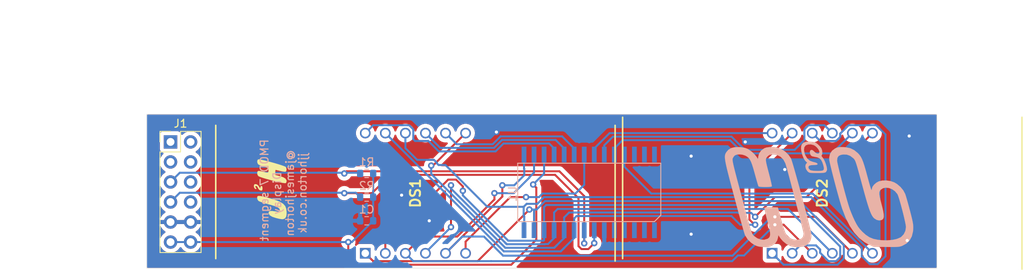
<source format=kicad_pcb>
(kicad_pcb (version 20221018) (generator pcbnew)
  (layers (0 "F.Cu" signal) (31 "B.Cu" signal) (34 "B.Paste" user) (35 "F.Paste" user) (36 "B.SilkS" user "B.Silkscreen") (37 "F.SilkS" user "F.Silkscreen") (38 "B.Mask" user) (39 "F.Mask" user) (44 "Edge.Cuts" user))
  (net 0 "")
  (net 1 "Net-(U1-Pad28)")
  (net 2 "Net-(U1-Pad27)")
  (net 3 "Net-(U1-Pad26)")
  (net 4 "Net-(U1-Pad5)")
  (net 5 "Net-(U1-Pad4)")
  (net 6 "Net-(U1-Pad3)")
  (net 7 "Net-(U1-Pad2)")
  (net 8 "Net-(U1-Pad1)")
  (net 9 "/SEG1")
  (net 10 "/SEG6")
  (net 11 "/GRID2")
  (net 12 "/GRID3")
  (net 13 "/SEG2")
  (net 14 "/GRID4")
  (net 15 "/SEG7")
  (net 16 "/SEG3")
  (net 17 "/SEG8")
  (net 18 "/SEG4")
  (net 19 "/SEG5")
  (net 20 "/GRID5")
  (net 21 "/GRID6")
  (net 22 "/GRID7")
  (net 23 "/GRID8")
  (net 24 "+3V3")
  (net 25 "GND")
  (net 26 "DATA")
  (net 27 "CLK")
  (net 28 "/GRID1")
  (net 29 "Net-(J1-Pad8)")
  (net 30 "Net-(J1-Pad6)")
  (net 31 "Net-(J1-Pad4)")
  (net 32 "Net-(J1-Pad3)")
  (net 33 "Net-(J1-Pad2)")
  (net 34 "Net-(J1-Pad1)")
  (footprint "jjh:DIP1524W75P254L5030H825Q12N" (layer "F.Cu") (at 204 102.5 90)
    (fp_text reference "DS1" (at 0 0 90) (layer "F.SilkS") (effects (font (size 1.27 1.27) (thickness 0.254))))
    (fp_text value "LTC-5723HR" hide)
    (pad "1" thru_hole rect (at -7.62 -6.35 90) (size 1.35 1.35) (drill 0.95) (layers "*.Cu" "*.Mask") (net 19 "/SEG5"))
    (pad "2" thru_hole circle (at -7.62 -3.81 90) (size 1.35 1.35) (drill 0.95) (layers "*.Cu" "*.Mask") (net 18 "/SEG4"))
    (pad "3" thru_hole circle (at -7.62 -1.27 90) (size 1.35 1.35) (drill 0.95) (layers "*.Cu" "*.Mask") (net 17 "/SEG8"))
    (pad "4" thru_hole circle (at -7.62 1.27 90) (size 1.35 1.35) (drill 0.95) (layers "*.Cu" "*.Mask") (net 16 "/SEG3"))
    (pad "5" thru_hole circle (at -7.62 3.81 90) (size 1.35 1.35) (drill 0.95) (layers "*.Cu" "*.Mask") (net 15 "/SEG7"))
    (pad "6" thru_hole circle (at -7.62 6.35 90) (size 1.35 1.35) (drill 0.95) (layers "*.Cu" "*.Mask") (net 14 "/GRID4"))
    (pad "7" thru_hole circle (at 7.62 6.35 90) (size 1.35 1.35) (drill 0.95) (layers "*.Cu" "*.Mask") (net 13 "/SEG2"))
    (pad "8" thru_hole circle (at 7.62 3.81 90) (size 1.35 1.35) (drill 0.95) (layers "*.Cu" "*.Mask") (net 12 "/GRID3"))
    (pad "9" thru_hole circle (at 7.62 1.27 90) (size 1.35 1.35) (drill 0.95) (layers "*.Cu" "*.Mask") (net 11 "/GRID2"))
    (pad "10" thru_hole circle (at 7.62 -1.27 90) (size 1.35 1.35) (drill 0.95) (layers "*.Cu" "*.Mask") (net 10 "/SEG6"))
    (pad "11" thru_hole circle (at 7.62 -3.81 90) (size 1.35 1.35) (drill 0.95) (layers "*.Cu" "*.Mask") (net 9 "/SEG1"))
    (pad "12" thru_hole circle (at 7.62 -6.35 90) (size 1.35 1.35) (drill 0.95) (layers "*.Cu" "*.Mask") (net 28 "/GRID1"))
  )
  (footprint "jjh:DIP1524W75P254L5030H825Q12N" (layer "F.Cu") (at 255.5 102.5 90)
    (fp_text reference "DS2" (at 0 0 90) (layer "F.SilkS") (effects (font (size 1.27 1.27) (thickness 0.254))))
    (fp_text value "LTC-5723HR" hide)
    (pad "1" thru_hole rect (at -7.62 -6.35 90) (size 1.35 1.35) (drill 0.95) (layers "*.Cu" "*.Mask") (net 19 "/SEG5"))
    (pad "2" thru_hole circle (at -7.62 -3.81 90) (size 1.35 1.35) (drill 0.95) (layers "*.Cu" "*.Mask") (net 18 "/SEG4"))
    (pad "3" thru_hole circle (at -7.62 -1.27 90) (size 1.35 1.35) (drill 0.95) (layers "*.Cu" "*.Mask") (net 17 "/SEG8"))
    (pad "4" thru_hole circle (at -7.62 1.27 90) (size 1.35 1.35) (drill 0.95) (layers "*.Cu" "*.Mask") (net 16 "/SEG3"))
    (pad "5" thru_hole circle (at -7.62 3.81 90) (size 1.35 1.35) (drill 0.95) (layers "*.Cu" "*.Mask") (net 15 "/SEG7"))
    (pad "6" thru_hole circle (at -7.62 6.35 90) (size 1.35 1.35) (drill 0.95) (layers "*.Cu" "*.Mask") (net 23 "/GRID8"))
    (pad "7" thru_hole circle (at 7.62 6.35 90) (size 1.35 1.35) (drill 0.95) (layers "*.Cu" "*.Mask") (net 13 "/SEG2"))
    (pad "8" thru_hole circle (at 7.62 3.81 90) (size 1.35 1.35) (drill 0.95) (layers "*.Cu" "*.Mask") (net 22 "/GRID7"))
    (pad "9" thru_hole circle (at 7.62 1.27 90) (size 1.35 1.35) (drill 0.95) (layers "*.Cu" "*.Mask") (net 21 "/GRID6"))
    (pad "10" thru_hole circle (at 7.62 -1.27 90) (size 1.35 1.35) (drill 0.95) (layers "*.Cu" "*.Mask") (net 10 "/SEG6"))
    (pad "11" thru_hole circle (at 7.62 -3.81 90) (size 1.35 1.35) (drill 0.95) (layers "*.Cu" "*.Mask") (net 9 "/SEG1"))
    (pad "12" thru_hole circle (at 7.62 -6.35 90) (size 1.35 1.35) (drill 0.95) (layers "*.Cu" "*.Mask") (net 20 "/GRID5"))
  )
  (footprint "Connector_PinHeader_2.54mm:PinHeader_2x06_P2.54mm_Vertical" (layer "F.Cu") (at 173 96)
    (fp_text reference "J1" (at 1.27 -2.33) (layer "F.SilkS"))
    (fp_text value "Conn_02x06_Odd_Even")
    (pad "1" thru_hole rect (at 0 0) (size 1.7 1.7) (drill 1) (layers "*.Cu" "*.Mask") (net 34 "Net-(J1-Pad1)"))
    (pad "2" thru_hole oval (at 2.54 0) (size 1.7 1.7) (drill 1) (layers "*.Cu" "*.Mask") (net 33 "Net-(J1-Pad2)"))
    (pad "3" thru_hole oval (at 0 2.54) (size 1.7 1.7) (drill 1) (layers "*.Cu" "*.Mask") (net 32 "Net-(J1-Pad3)"))
    (pad "4" thru_hole oval (at 2.54 2.54) (size 1.7 1.7) (drill 1) (layers "*.Cu" "*.Mask") (net 31 "Net-(J1-Pad4)"))
    (pad "5" thru_hole oval (at 0 5.08) (size 1.7 1.7) (drill 1) (layers "*.Cu" "*.Mask") (net 27 "CLK"))
    (pad "6" thru_hole oval (at 2.54 5.08) (size 1.7 1.7) (drill 1) (layers "*.Cu" "*.Mask") (net 30 "Net-(J1-Pad6)"))
    (pad "7" thru_hole oval (at 0 7.62) (size 1.7 1.7) (drill 1) (layers "*.Cu" "*.Mask") (net 26 "DATA"))
    (pad "8" thru_hole oval (at 2.54 7.62) (size 1.7 1.7) (drill 1) (layers "*.Cu" "*.Mask") (net 29 "Net-(J1-Pad8)"))
    (pad "9" thru_hole oval (at 0 10.16) (size 1.7 1.7) (drill 1) (layers "*.Cu" "*.Mask") (net 25 "GND"))
    (pad "10" thru_hole oval (at 2.54 10.16) (size 1.7 1.7) (drill 1) (layers "*.Cu" "*.Mask") (net 25 "GND"))
    (pad "11" thru_hole oval (at 0 12.7) (size 1.7 1.7) (drill 1) (layers "*.Cu" "*.Mask") (net 24 "+3V3"))
    (pad "12" thru_hole oval (at 2.54 12.7) (size 1.7 1.7) (drill 1) (layers "*.Cu" "*.Mask") (net 24 "+3V3"))
  )
  (footprint "jjh:j2h_small" (layer "F.Cu") (at 186 102 90)
    (fp_text reference "G***" hide)
    (fp_text value "LOGO" hide)
  )
  (footprint "Resistor_SMD:R_0603_1608Metric" (layer "B.Cu") (at 197.825 106 180)
    (fp_text reference "C1" (at 0 1.43) (layer "B.SilkS") (effects (justify mirror)))
    (fp_text value "10uF")
    (pad "1" smd roundrect (at -0.825 0 180) (size 0.8 0.95) (layers "B.Cu" "B.Paste" "B.Mask") (net 24 "+3V3"))
    (pad "2" smd roundrect (at 0.825 0 180) (size 0.8 0.95) (layers "B.Cu" "B.Paste" "B.Mask") (net 25 "GND"))
  )
  (footprint "Resistor_SMD:R_0603_1608Metric" (layer "B.Cu") (at 197.825 100 180)
    (fp_text reference "R1" (at 0 1.43) (layer "B.SilkS") (effects (justify mirror)))
    (fp_text value "10k")
    (pad "1" smd roundrect (at -0.825 0 180) (size 0.8 0.95) (layers "B.Cu" "B.Paste" "B.Mask") (net 24 "+3V3"))
    (pad "2" smd roundrect (at 0.825 0 180) (size 0.8 0.95) (layers "B.Cu" "B.Paste" "B.Mask") (net 27 "CLK"))
  )
  (footprint "Resistor_SMD:R_0603_1608Metric" (layer "B.Cu") (at 197.825 103 180)
    (fp_text reference "R2" (at 0 1.43) (layer "B.SilkS") (effects (justify mirror)))
    (fp_text value "10k")
    (pad "1" smd roundrect (at -0.825 0 180) (size 0.8 0.95) (layers "B.Cu" "B.Paste" "B.Mask") (net 24 "+3V3"))
    (pad "2" smd roundrect (at 0.825 0 180) (size 0.8 0.95) (layers "B.Cu" "B.Paste" "B.Mask") (net 26 "DATA"))
  )
  (footprint "jjh:Untitled" (layer "B.Cu") (at 255 103.5 180)
    (fp_text reference "G***" hide)
    (fp_text value "LOGO" hide)
  )
  (footprint "jjh:TM1640" (layer "B.Cu") (at 226 102.4 180)
    (fp_text reference "U1" (at 9.7 -0.2 270) (layer "B.SilkS") (effects (justify mirror)))
    (fp_text value "GN1640")
    (pad "1" smd rect (at -8.255 -4.8 180) (size 0.6 2) (layers "B.Cu" "B.Paste" "B.Mask") (net 8 "Net-(U1-Pad1)"))
    (pad "2" smd rect (at -6.985 -4.8 180) (size 0.6 2) (layers "B.Cu" "B.Paste" "B.Mask") (net 7 "Net-(U1-Pad2)"))
    (pad "3" smd rect (at -5.715 -4.8 180) (size 0.6 2) (layers "B.Cu" "B.Paste" "B.Mask") (net 6 "Net-(U1-Pad3)"))
    (pad "4" smd rect (at -4.445 -4.8 180) (size 0.6 2) (layers "B.Cu" "B.Paste" "B.Mask") (net 5 "Net-(U1-Pad4)"))
    (pad "5" smd rect (at -3.175 -4.8 180) (size 0.6 2) (layers "B.Cu" "B.Paste" "B.Mask") (net 4 "Net-(U1-Pad5)"))
    (pad "6" smd rect (at -1.905 -4.8 180) (size 0.6 2) (layers "B.Cu" "B.Paste" "B.Mask") (net 25 "GND"))
    (pad "7" smd rect (at -0.635 -4.8 180) (size 0.6 2) (layers "B.Cu" "B.Paste" "B.Mask") (net 26 "DATA"))
    (pad "8" smd rect (at 0.635 -4.8 180) (size 0.6 2) (layers "B.Cu" "B.Paste" "B.Mask") (net 27 "CLK"))
    (pad "9" smd rect (at 1.905 -4.8 180) (size 0.6 2) (layers "B.Cu" "B.Paste" "B.Mask") (net 9 "/SEG1"))
    (pad "10" smd rect (at 3.175 -4.8 180) (size 0.6 2) (layers "B.Cu" "B.Paste" "B.Mask") (net 13 "/SEG2"))
    (pad "11" smd rect (at 4.445 -4.8 180) (size 0.6 2) (layers "B.Cu" "B.Paste" "B.Mask") (net 16 "/SEG3"))
    (pad "12" smd rect (at 5.715 -4.8 180) (size 0.6 2) (layers "B.Cu" "B.Paste" "B.Mask") (net 18 "/SEG4"))
    (pad "13" smd rect (at 6.985 -4.8 180) (size 0.6 2) (layers "B.Cu" "B.Paste" "B.Mask") (net 19 "/SEG5"))
    (pad "14" smd rect (at 8.255 -4.8 180) (size 0.6 2) (layers "B.Cu" "B.Paste" "B.Mask") (net 10 "/SEG6"))
    (pad "15" smd rect (at 8.255 4.8 180) (size 0.6 2) (layers "B.Cu" "B.Paste" "B.Mask") (net 15 "/SEG7"))
    (pad "16" smd rect (at 6.985 4.8 180) (size 0.6 2) (layers "B.Cu" "B.Paste" "B.Mask") (net 17 "/SEG8"))
    (pad "17" smd rect (at 5.715 4.8 180) (size 0.6 2) (layers "B.Cu" "B.Paste" "B.Mask") (net 24 "+3V3"))
    (pad "18" smd rect (at 4.445 4.8 180) (size 0.6 2) (layers "B.Cu" "B.Paste" "B.Mask") (net 28 "/GRID1"))
    (pad "19" smd rect (at 3.175 4.8 180) (size 0.6 2) (layers "B.Cu" "B.Paste" "B.Mask") (net 11 "/GRID2"))
    (pad "20" smd rect (at 1.905 4.8 180) (size 0.6 2) (layers "B.Cu" "B.Paste" "B.Mask") (net 12 "/GRID3"))
    (pad "21" smd rect (at 0.635 4.8 180) (size 0.6 2) (layers "B.Cu" "B.Paste" "B.Mask") (net 14 "/GRID4"))
    (pad "22" smd rect (at -0.635 4.8 180) (size 0.6 2) (layers "B.Cu" "B.Paste" "B.Mask") (net 20 "/GRID5"))
    (pad "23" smd rect (at -1.905 4.8 180) (size 0.6 2) (layers "B.Cu" "B.Paste" "B.Mask") (net 21 "/GRID6"))
    (pad "24" smd rect (at -3.175 4.8 180) (size 0.6 2) (layers "B.Cu" "B.Paste" "B.Mask") (net 22 "/GRID7"))
    (pad "25" smd rect (at -4.445 4.8 180) (size 0.6 2) (layers "B.Cu" "B.Paste" "B.Mask") (net 23 "/GRID8"))
    (pad "26" smd rect (at -5.715 4.8 180) (size 0.6 2) (layers "B.Cu" "B.Paste" "B.Mask") (net 3 "Net-(U1-Pad26)"))
    (pad "27" smd rect (at -6.985 4.8 180) (size 0.6 2) (layers "B.Cu" "B.Paste" "B.Mask") (net 2 "Net-(U1-Pad27)"))
    (pad "28" smd rect (at -8.255 4.8 180) (size 0.6 2) (layers "B.Cu" "B.Paste" "B.Mask") (net 1 "Net-(U1-Pad28)"))
  )
  (gr_line (start 170 92.5) (end 270 92.5) (stroke (width 0.05)) (layer "Edge.Cuts"))
  (gr_line (start 170 112) (end 170 92.5) (stroke (width 0.05)) (layer "Edge.Cuts"))
  (gr_line (start 270 112) (end 170 112) (stroke (width 0.05)) (layer "Edge.Cuts"))
  (gr_line (start 270 92.5) (end 270 112) (stroke (width 0.05)) (layer "Edge.Cuts"))
  (gr_text "PMOD 7 segment \nDisplay\n@jamesjhorton\njjhorton.co.uk" (at 187.3 102.5 90) (layer "B.SilkS") (effects (font (size 1 1)) (justify mirror)))
  (segment (start 246.274999 105.848001) (end 246.926998 106.5) (width 0.25) (layer "F.Cu") (net 9))
  (segment (start 246.926998 106.5) (end 247 106.5) (width 0.25) (layer "F.Cu") (net 9))
  (segment (start 246.274999 100.295001) (end 251.69 94.88) (width 0.25) (layer "F.Cu") (net 9))
  (segment (start 246.274999 105.848001) (end 246.274999 100.295001) (width 0.25) (layer "F.Cu") (net 9))
  (via (at 247 106.5) (size 0.8) (drill 0.4) (layers "F.Cu" "B.Cu") (net 9))
  (segment (start 244 105.399999) (end 245.100001 106.5) (width 0.25) (layer "B.Cu") (net 9))
  (segment (start 224.399999 105.399999) (end 244 105.399999) (width 0.25) (layer "B.Cu") (net 9))
  (segment (start 224.095 108.175) (end 224.095 105.704998) (width 0.25) (layer "B.Cu") (net 9))
  (segment (start 200.19 94.88) (end 215.185031 109.875031) (width 0.25) (layer "B.Cu") (net 9))
  (segment (start 224.095 105.704998) (end 224.399999 105.399999) (width 0.25) (layer "B.Cu") (net 9))
  (segment (start 215.185031 109.875031) (end 222.394969 109.875031) (width 0.25) (layer "B.Cu") (net 9))
  (segment (start 222.394969 109.875031) (end 222.835 109.435) (width 0.25) (layer "B.Cu") (net 9))
  (segment (start 222.41996 109.85004) (end 222.835 109.435) (width 0.25) (layer "B.Cu") (net 9))
  (segment (start 245.100001 106.5) (end 247 106.5) (width 0.25) (layer "B.Cu") (net 9))
  (segment (start 222.835 109.435) (end 224.095 108.175) (width 0.25) (layer "B.Cu") (net 9))
  (segment (start 260.5 109.40641) (end 254.09359 103) (width 0.25) (layer "B.Cu") (net 10))
  (segment (start 263.5 110.5) (end 262.5 111.5) (width 0.25) (layer "B.Cu") (net 10))
  (segment (start 207.8 98.926998) (end 206.926998 98.926998) (width 0.25) (layer "B.Cu") (net 10))
  (segment (start 257.250001 95.880001) (end 257.770001 95.360001) (width 0.25) (layer "B.Cu") (net 10))
  (segment (start 220.27718 103) (end 219.427181 103.849999) (width 0.25) (layer "B.Cu") (net 10))
  (segment (start 254.23 94.88) (end 255.230001 95.880001) (width 0.25) (layer "B.Cu") (net 10))
  (segment (start 219.427181 103.849999) (end 218.076999 103.849999) (width 0.25) (layer "B.Cu") (net 10))
  (segment (start 257.770001 94.939997) (end 258.829999 93.879999) (width 0.25) (layer "B.Cu") (net 10))
  (segment (start 206.348001 98.274999) (end 204.221409 98.274999) (width 0.25) (layer "B.Cu") (net 10))
  (segment (start 206.725001 98.725001) (end 206.725001 98.651999) (width 0.25) (layer "B.Cu") (net 10))
  (segment (start 261.5 111.5) (end 260.5 110.5) (width 0.25) (layer "B.Cu") (net 10))
  (segment (start 217.699999 104.226999) (end 213.100001 104.226999) (width 0.25) (layer "B.Cu") (net 10))
  (segment (start 204.221409 98.274999) (end 202.73 96.78359) (width 0.25) (layer "B.Cu") (net 10))
  (segment (start 217.775 105.475) (end 217.775 106.6) (width 0.25) (layer "B.Cu") (net 10))
  (segment (start 254.09359 103) (end 220.27718 103) (width 0.25) (layer "B.Cu") (net 10))
  (segment (start 260.5 110.5) (end 260.5 109.40641) (width 0.25) (layer "B.Cu") (net 10))
  (segment (start 206.725001 98.651999) (end 206.348001 98.274999) (width 0.25) (layer "B.Cu") (net 10))
  (segment (start 213.100001 104.226999) (end 207.8 98.926998) (width 0.25) (layer "B.Cu") (net 10))
  (segment (start 257.770001 95.360001) (end 257.770001 94.939997) (width 0.25) (layer "B.Cu") (net 10))
  (segment (start 206.926998 98.926998) (end 206.725001 98.725001) (width 0.25) (layer "B.Cu") (net 10))
  (segment (start 217.699999 104.226999) (end 217.699999 105.399999) (width 0.25) (layer "B.Cu") (net 10))
  (segment (start 255.230001 95.880001) (end 257.250001 95.880001) (width 0.25) (layer "B.Cu") (net 10))
  (segment (start 202.73 96.78359) (end 202.73 94.88) (width 0.25) (layer "B.Cu") (net 10))
  (segment (start 217.699999 105.399999) (end 217.775 105.475) (width 0.25) (layer "B.Cu") (net 10))
  (segment (start 218.076999 103.849999) (end 217.699999 104.226999) (width 0.25) (layer "B.Cu") (net 10))
  (segment (start 263.5 95.049998) (end 263.5 110.5) (width 0.25) (layer "B.Cu") (net 10))
  (segment (start 262.330001 93.879999) (end 263.5 95.049998) (width 0.25) (layer "B.Cu") (net 10))
  (segment (start 258.829999 93.879999) (end 262.330001 93.879999) (width 0.25) (layer "B.Cu") (net 10))
  (segment (start 262.5 111.5) (end 261.5 111.5) (width 0.25) (layer "B.Cu") (net 10))
  (segment (start 205.895 95.505) (end 205.27 94.88) (width 0.25) (layer "B.Cu") (net 11))
  (segment (start 207.14001 96.75001) (end 205.895 95.505) (width 0.25) (layer "B.Cu") (net 11))
  (segment (start 214.959422 95.74999) (end 213.959402 96.75001) (width 0.25) (layer "B.Cu") (net 11))
  (segment (start 222.825 97.85) (end 222.825 96.825) (width 0.25) (layer "B.Cu") (net 11))
  (segment (start 213.959402 96.75001) (end 207.14001 96.75001) (width 0.25) (layer "B.Cu") (net 11))
  (segment (start 222.825 96.825) (end 221.74999 95.74999) (width 0.25) (layer "B.Cu") (net 11))
  (segment (start 221.74999 95.74999) (end 214.959422 95.74999) (width 0.25) (layer "B.Cu") (net 11))
  (segment (start 224.095 96.825) (end 222.56998 95.29998) (width 0.25) (layer "B.Cu") (net 12))
  (segment (start 207.81 94.88) (end 208.965 96.035) (width 0.25) (layer "B.Cu") (net 12))
  (segment (start 222.56998 95.29998) (end 214.773022 95.29998) (width 0.25) (layer "B.Cu") (net 12))
  (segment (start 214.773022 95.29998) (end 213.773002 96.3) (width 0.25) (layer "B.Cu") (net 12))
  (segment (start 209.23 96.3) (end 208.965 96.035) (width 0.25) (layer "B.Cu") (net 12))
  (segment (start 213.773002 96.3) (end 209.23 96.3) (width 0.25) (layer "B.Cu") (net 12))
  (segment (start 224.095 97.85) (end 224.095 96.825) (width 0.25) (layer "B.Cu") (net 12))
  (segment (start 253.5 103) (end 249.5 103) (width 0.25) (layer "F.Cu") (net 13))
  (segment (start 260.619999 95.880001) (end 253.5 103) (width 0.25) (layer "F.Cu") (net 13))
  (segment (start 249.5 103) (end 247 105.5) (width 0.25) (layer "F.Cu") (net 13))
  (segment (start 206.23 99) (end 206 99) (width 0.25) (layer "F.Cu") (net 13))
  (segment (start 260.849999 95.880001) (end 260.619999 95.880001) (width 0.25) (layer "F.Cu") (net 13))
  (segment (start 210.35 94.88) (end 206.23 99) (width 0.25) (layer "F.Cu") (net 13))
  (segment (start 261.85 94.88) (end 260.849999 95.880001) (width 0.25) (layer "F.Cu") (net 13))
  (via (at 206 99) (size 0.8) (drill 0.4) (layers "F.Cu" "B.Cu") (net 13))
  (via (at 247 105.5) (size 0.8) (drill 0.4) (layers "F.Cu" "B.Cu") (net 13))
  (segment (start 244.813579 104.949989) (end 244.86359 105) (width 0.25) (layer "B.Cu") (net 13))
  (segment (start 222.975 106.6) (end 222.975 107.635002) (width 0.25) (layer "B.Cu") (net 13))
  (segment (start 222.825 107.15) (end 222.825 105.575) (width 0.25) (layer "B.Cu") (net 13))
  (segment (start 221.9 109.1) (end 222.825 108.175) (width 0.25) (layer "B.Cu") (net 13))
  (segment (start 245.3 105) (end 245 105) (width 0.25) (layer "B.Cu") (net 13))
  (segment (start 244.86359 105) (end 245.3 105) (width 0.25) (layer "B.Cu") (net 13))
  (segment (start 223.450011 104.949989) (end 244.813579 104.949989) (width 0.25) (layer "B.Cu") (net 13))
  (segment (start 215.371431 109.425021) (end 221.574979 109.425021) (width 0.25) (layer "B.Cu") (net 13))
  (segment (start 246.5 105) (end 247 105.5) (width 0.25) (layer "B.Cu") (net 13))
  (segment (start 221.574979 109.425021) (end 221.9 109.1) (width 0.25) (layer "B.Cu") (net 13))
  (segment (start 246.5 105) (end 245.3 105) (width 0.25) (layer "B.Cu") (net 13))
  (segment (start 222.825 108.175) (end 222.825 107.15) (width 0.25) (layer "B.Cu") (net 13))
  (segment (start 206 100.05359) (end 215.371431 109.425021) (width 0.25) (layer "B.Cu") (net 13))
  (segment (start 221.59997 109.40003) (end 221.9 109.1) (width 0.25) (layer "B.Cu") (net 13))
  (segment (start 206 99) (end 206 100.05359) (width 0.25) (layer "B.Cu") (net 13))
  (segment (start 222.825 105.575) (end 223.450011 104.949989) (width 0.25) (layer "B.Cu") (net 13))
  (segment (start 210.35 108.65) (end 216 103) (width 0.25) (layer "F.Cu") (net 14))
  (segment (start 216 103) (end 218 103) (width 0.25) (layer "F.Cu") (net 14))
  (segment (start 210.35 110.12) (end 210.35 108.65) (width 0.25) (layer "F.Cu") (net 14))
  (via (at 218 103) (size 0.8) (drill 0.4) (layers "F.Cu" "B.Cu") (net 14))
  (segment (start 220.09078 102.54999) (end 224.25001 102.54999) (width 0.25) (layer "B.Cu") (net 14))
  (segment (start 219.64077 103) (end 220.09078 102.54999) (width 0.25) (layer "B.Cu") (net 14))
  (segment (start 224.25001 102.54999) (end 225.365 101.435) (width 0.25) (layer "B.Cu") (net 14))
  (segment (start 225.365 101.435) (end 225.365 97.85) (width 0.25) (layer "B.Cu") (net 14))
  (segment (start 218 103) (end 219.64077 103) (width 0.25) (layer "B.Cu") (net 14))
  (segment (start 254.69 105.5) (end 249.5 105.5) (width 0.25) (layer "F.Cu") (net 15))
  (segment (start 207.81 110.12) (end 215 102.93) (width 0.25) (layer "F.Cu") (net 15))
  (segment (start 215 102.93) (end 215 101.5) (width 0.25) (layer "F.Cu") (net 15))
  (segment (start 259.31 110.12) (end 254.69 105.5) (width 0.25) (layer "F.Cu") (net 15))
  (via (at 249.5 105.5) (size 0.8) (drill 0.4) (layers "F.Cu" "B.Cu") (net 15))
  (via (at 215 101.5) (size 0.8) (drill 0.4) (layers "F.Cu" "B.Cu") (net 15))
  (segment (start 217.745 97.85) (end 217.745 99.37) (width 0.25) (layer "B.Cu") (net 15))
  (segment (start 217.775 100.225) (end 217.775 99.4) (width 0.25) (layer "B.Cu") (net 15))
  (segment (start 249.5 105.5) (end 249.225001 105.774999) (width 0.25) (layer "B.Cu") (net 15))
  (segment (start 215 101.5) (end 216.5 101.5) (width 0.25) (layer "B.Cu") (net 15))
  (segment (start 212.67359 108) (end 209.93 108) (width 0.25) (layer "B.Cu") (net 15))
  (segment (start 216.5 101.5) (end 217.775 100.225) (width 0.25) (layer "B.Cu") (net 15))
  (segment (start 209.93 108) (end 207.81 110.12) (width 0.25) (layer "B.Cu") (net 15))
  (segment (start 215.098591 110.425001) (end 212.67359 108) (width 0.25) (layer "B.Cu") (net 15))
  (segment (start 244.148001 110.425001) (end 215.098591 110.425001) (width 0.25) (layer "B.Cu") (net 15))
  (segment (start 217.745 99.37) (end 217.775 99.4) (width 0.25) (layer "B.Cu") (net 15))
  (segment (start 248.798003 105.774999) (end 244.148001 110.425001) (width 0.25) (layer "B.Cu") (net 15))
  (segment (start 249.225001 105.774999) (end 248.798003 105.774999) (width 0.25) (layer "B.Cu") (net 15))
  (segment (start 208.5 101.5) (end 208.5 106.8) (width 0.25) (layer "F.Cu") (net 16))
  (via (at 208.5 106.8) (size 0.8) (drill 0.4) (layers "F.Cu" "B.Cu") (net 16))
  (via (at 208.5 101.5) (size 0.8) (drill 0.4) (layers "F.Cu" "B.Cu") (net 16))
  (segment (start 244.999979 104.499979) (end 222.000021 104.499979) (width 0.25) (layer "B.Cu") (net 16))
  (segment (start 221.555 108.175) (end 220.77998 108.95002) (width 0.25) (layer "B.Cu") (net 16))
  (segment (start 205.27 110.03) (end 205.27 110.12) (width 0.25) (layer "B.Cu") (net 16))
  (segment (start 221.555 104.945) (end 221.555 108.175) (width 0.25) (layer "B.Cu") (net 16))
  (segment (start 215.557831 108.975011) (end 215.34141 108.75859) (width 0.25) (layer "B.Cu") (net 16))
  (segment (start 208.5 106.8) (end 205.27 110.03) (width 0.25) (layer "B.Cu") (net 16))
  (segment (start 220.396399 108.975011) (end 215.557831 108.975011) (width 0.25) (layer "B.Cu") (net 16))
  (segment (start 215.34141 108.75859) (end 215.53284 108.95002) (width 0.25) (layer "B.Cu") (net 16))
  (segment (start 208.5 101.5) (end 208.5 101.91718) (width 0.25) (layer "B.Cu") (net 16))
  (segment (start 208.5 101.91718) (end 215.34141 108.75859) (width 0.25) (layer "B.Cu") (net 16))
  (segment (start 244.999979 104.499979) (end 251.149979 104.499979) (width 0.25) (layer "B.Cu") (net 16))
  (segment (start 220.77998 108.95002) (end 220.42139 108.95002) (width 0.25) (layer "B.Cu") (net 16))
  (segment (start 220.42139 108.95002) (end 220.396399 108.975011) (width 0.25) (layer "B.Cu") (net 16))
  (segment (start 222.000021 104.499979) (end 221.555 104.945) (width 0.25) (layer "B.Cu") (net 16))
  (segment (start 251.149979 104.499979) (end 256.77 110.12) (width 0.25) (layer "B.Cu") (net 16))
  (segment (start 254.23 110.12) (end 250.61 106.5) (width 0.25) (layer "F.Cu") (net 17))
  (segment (start 214 103.29359) (end 214 102.5) (width 0.25) (layer "F.Cu") (net 17))
  (segment (start 204.85 108) (end 209.29359 108) (width 0.25) (layer "F.Cu") (net 17))
  (segment (start 209.29359 108) (end 214 103.29359) (width 0.25) (layer "F.Cu") (net 17))
  (segment (start 202.73 110.12) (end 204.85 108) (width 0.25) (layer "F.Cu") (net 17))
  (segment (start 250.61 106.5) (end 249.5 106.5) (width 0.25) (layer "F.Cu") (net 17))
  (via (at 214 102.5) (size 0.8) (drill 0.4) (layers "F.Cu" "B.Cu") (net 17))
  (via (at 249.5 106.5) (size 0.8) (drill 0.4) (layers "F.Cu" "B.Cu") (net 17))
  (segment (start 203.730001 111.120001) (end 202.73 110.12) (width 0.25) (layer "B.Cu") (net 17))
  (segment (start 216.45 102.5) (end 218.425 100.525) (width 0.25) (layer "B.Cu") (net 17))
  (segment (start 249.5 106.5) (end 245.599982 110.400018) (width 0.25) (layer "B.Cu") (net 17))
  (segment (start 218.425 100.475) (end 219.015 99.885) (width 0.25) (layer "B.Cu") (net 17))
  (segment (start 214 102.5) (end 216.45 102.5) (width 0.25) (layer "B.Cu") (net 17))
  (segment (start 244.809394 110.400018) (end 244.089411 111.120001) (width 0.25) (layer "B.Cu") (net 17))
  (segment (start 245.599982 110.400018) (end 244.809394 110.400018) (width 0.25) (layer "B.Cu") (net 17))
  (segment (start 213.579999 111.120001) (end 203.730001 111.120001) (width 0.25) (layer "B.Cu") (net 17))
  (segment (start 218.425 100.525) (end 218.425 100.475) (width 0.25) (layer "B.Cu") (net 17))
  (segment (start 219.015 99.885) (end 219.015 97.85) (width 0.25) (layer "B.Cu") (net 17))
  (segment (start 244.089411 111.120001) (end 213.579999 111.120001) (width 0.25) (layer "B.Cu") (net 17))
  (segment (start 210 101.634315) (end 209.140684 100.774999) (width 0.25) (layer "F.Cu") (net 18))
  (segment (start 208.151999 100.774999) (end 200.19 108.736998) (width 0.25) (layer "F.Cu") (net 18))
  (segment (start 210 102.2) (end 210 101.634315) (width 0.25) (layer "F.Cu") (net 18))
  (segment (start 209.140684 100.774999) (end 208.151999 100.774999) (width 0.25) (layer "F.Cu") (net 18))
  (segment (start 200.19 108.736998) (end 200.19 110.12) (width 0.25) (layer "F.Cu") (net 18))
  (via (at 210 102.2) (size 0.8) (drill 0.4) (layers "F.Cu" "B.Cu") (net 18))
  (segment (start 220.285 108.45) (end 220.285 107.2) (width 0.25) (layer "B.Cu") (net 18))
  (segment (start 210 102.78077) (end 215.744231 108.525001) (width 0.25) (layer "B.Cu") (net 18))
  (segment (start 257.770001 109.270001) (end 252.5 104) (width 0.25) (layer "B.Cu") (net 18))
  (segment (start 220.209999 108.525001) (end 220.285 108.45) (width 0.25) (layer "B.Cu") (net 18))
  (segment (start 220.55 104) (end 220.285 104.265) (width 0.25) (layer "B.Cu") (net 18))
  (segment (start 215.744231 108.525001) (end 220.209999 108.525001) (width 0.25) (layer "B.Cu") (net 18))
  (segment (start 251.69 110.12) (end 252.690001 109.119999) (width 0.25) (layer "B.Cu") (net 18))
  (segment (start 252.690001 109.119999) (end 254.710001 109.119999) (width 0.25) (layer "B.Cu") (net 18))
  (segment (start 252.5 104) (end 220.55 104) (width 0.25) (layer "B.Cu") (net 18))
  (segment (start 210 102.2) (end 210 102.78077) (width 0.25) (layer "B.Cu") (net 18))
  (segment (start 220.285 104.265) (end 220.285 107.15) (width 0.25) (layer "B.Cu") (net 18))
  (segment (start 254.710001 109.119999) (end 255.230001 109.639999) (width 0.25) (layer "B.Cu") (net 18))
  (segment (start 257.250001 111.120001) (end 257.770001 110.600001) (width 0.25) (layer "B.Cu") (net 18))
  (segment (start 255.230001 110.060003) (end 256.289999 111.120001) (width 0.25) (layer "B.Cu") (net 18))
  (segment (start 255.230001 109.639999) (end 255.230001 110.060003) (width 0.25) (layer "B.Cu") (net 18))
  (segment (start 257.770001 110.600001) (end 257.770001 109.270001) (width 0.25) (layer "B.Cu") (net 18))
  (segment (start 256.289999 111.120001) (end 257.250001 111.120001) (width 0.25) (layer "B.Cu") (net 18))
  (segment (start 198.650001 111.120001) (end 197.65 110.12) (width 0.25) (layer "F.Cu") (net 19))
  (segment (start 211.879999 111.120001) (end 198.650001 111.120001) (width 0.25) (layer "F.Cu") (net 19))
  (segment (start 218.425 104.575) (end 211.879999 111.120001) (width 0.25) (layer "F.Cu") (net 19))
  (via (at 218.425 104.575) (size 0.8) (drill 0.4) (layers "F.Cu" "B.Cu") (net 19))
  (segment (start 219.075 104.575) (end 219.33859 104.575) (width 0.25) (layer "B.Cu") (net 19))
  (segment (start 258.22001 110.786402) (end 257.436401 111.570011) (width 0.25) (layer "B.Cu") (net 19))
  (segment (start 219.075 106.6) (end 219.075 107.725) (width 0.25) (layer "B.Cu") (net 19))
  (segment (start 258.220011 109.083601) (end 258.22001 110.786402) (width 0.25) (layer "B.Cu") (net 19))
  (segment (start 250.600011 111.570011) (end 249.15 110.12) (width 0.25) (layer "B.Cu") (net 19))
  (segment (start 219.015 107.15) (end 219.015 104.635) (width 0.25) (layer "B.Cu") (net 19))
  (segment (start 257.436401 111.570011) (end 250.600011 111.570011) (width 0.25) (layer "B.Cu") (net 19))
  (segment (start 219.33859 104.575) (end 220.41359 103.5) (width 0.25) (layer "B.Cu") (net 19))
  (segment (start 219.015 104.635) (end 219.075 104.575) (width 0.25) (layer "B.Cu") (net 19))
  (segment (start 252.63641 103.5) (end 258.220011 109.083601) (width 0.25) (layer "B.Cu") (net 19))
  (segment (start 220.41359 103.5) (end 252.63641 103.5) (width 0.25) (layer "B.Cu") (net 19))
  (segment (start 218.425 104.575) (end 219.075 104.575) (width 0.25) (layer "B.Cu") (net 19))
  (segment (start 226.635 96.825) (end 228.58 94.88) (width 0.25) (layer "B.Cu") (net 20))
  (segment (start 249.15 94.88) (end 229.28 94.88) (width 0.25) (layer "B.Cu") (net 20))
  (segment (start 226.635 97.85) (end 226.635 96.825) (width 0.25) (layer "B.Cu") (net 20))
  (segment (start 228.58 94.88) (end 229.28 94.88) (width 0.25) (layer "B.Cu") (net 20))
  (segment (start 245.676998 97) (end 252 97) (width 0.25) (layer "B.Cu") (net 21))
  (segment (start 227.905 96.42501) (end 229 95.33001) (width 0.25) (layer "B.Cu") (net 21))
  (segment (start 229 95.33001) (end 244.007008 95.33001) (width 0.25) (layer "B.Cu") (net 21))
  (segment (start 253.229999 94.399999) (end 253.749999 93.879999) (width 0.25) (layer "B.Cu") (net 21))
  (segment (start 255.769999 93.879999) (end 256.77 94.88) (width 0.25) (layer "B.Cu") (net 21))
  (segment (start 244.007008 95.33001) (end 245.676998 97) (width 0.25) (layer "B.Cu") (net 21))
  (segment (start 227.905 97.85) (end 227.905 96.42501) (width 0.25) (layer "B.Cu") (net 21))
  (segment (start 252 97) (end 253.229999 95.770001) (width 0.25) (layer "B.Cu") (net 21))
  (segment (start 253.229999 95.770001) (end 253.229999 94.399999) (width 0.25) (layer "B.Cu") (net 21))
  (segment (start 253.749999 93.879999) (end 255.769999 93.879999) (width 0.25) (layer "B.Cu") (net 21))
  (segment (start 243.820608 95.78002) (end 245.490598 97.45001) (width 0.25) (layer "B.Cu") (net 22))
  (segment (start 256.795 97.395) (end 256.69 97.5) (width 0.25) (layer "B.Cu") (net 22))
  (segment (start 256.73999 97.45001) (end 256.795 97.395) (width 0.25) (layer "B.Cu") (net 22))
  (segment (start 230.21998 95.78002) (end 243.820608 95.78002) (width 0.25) (layer "B.Cu") (net 22))
  (segment (start 245.490598 97.45001) (end 256.73999 97.45001) (width 0.25) (layer "B.Cu") (net 22))
  (segment (start 229.175 96.825) (end 230.21998 95.78002) (width 0.25) (layer "B.Cu") (net 22))
  (segment (start 259.31 94.88) (end 256.795 97.395) (width 0.25) (layer "B.Cu") (net 22))
  (segment (start 229.175 97.85) (end 229.175 96.825) (width 0.25) (layer "B.Cu") (net 22))
  (segment (start 233.84999 102.54999) (end 254.27999 102.54999) (width 0.25) (layer "B.Cu") (net 23))
  (segment (start 254.27999 102.54999) (end 261.85 110.12) (width 0.25) (layer "B.Cu") (net 23))
  (segment (start 230.445 97.85) (end 230.445 99.145) (width 0.25) (layer "B.Cu") (net 23))
  (segment (start 230.445 99.145) (end 233.84999 102.54999) (width 0.25) (layer "B.Cu") (net 23))
  (segment (start 218.9 101.4) (end 219.299999 101.799999) (width 0.25) (layer "F.Cu") (net 24))
  (segment (start 219.299999 108.400001) (end 216.129989 111.570011) (width 0.25) (layer "F.Cu") (net 24))
  (segment (start 219.299999 101.799999) (end 219.299999 108.400001) (width 0.25) (layer "F.Cu") (net 24))
  (segment (start 216.129989 111.570011) (end 195.670011 111.570011) (width 0.25) (layer "F.Cu") (net 24))
  (segment (start 195.670011 111.570011) (end 195.5 111.4) (width 0.25) (layer "F.Cu") (net 24))
  (segment (start 195.5 111.4) (end 195.5 108.7) (width 0.25) (layer "F.Cu") (net 24))
  (via (at 218.9 101.4) (size 0.8) (drill 0.4) (layers "F.Cu" "B.Cu") (net 24))
  (via (at 195.5 108.7) (size 0.8) (drill 0.4) (layers "F.Cu" "B.Cu") (net 24))
  (segment (start 173 108.7) (end 175.54 108.7) (width 0.25) (layer "B.Cu") (net 24))
  (segment (start 198.65 103) (end 198.65 100) (width 0.25) (layer "B.Cu") (net 24))
  (segment (start 195.95 108.7) (end 198.65 106) (width 0.25) (layer "B.Cu") (net 24))
  (segment (start 220.285 100.015) (end 220.285 97.85) (width 0.25) (layer "B.Cu") (net 24))
  (segment (start 218.9 101.4) (end 220.285 100.015) (width 0.25) (layer "B.Cu") (net 24))
  (segment (start 198.65 106) (end 198.65 103) (width 0.25) (layer "B.Cu") (net 24))
  (segment (start 175.54 108.7) (end 195.95 108.7) (width 0.25) (layer "B.Cu") (net 24))
  (via (at 250.75 99.5) (size 0.8) (drill 0.4) (layers "F.Cu" "B.Cu") (net 25))
  (via (at 245.75 96) (size 0.8) (drill 0.4) (layers "F.Cu" "B.Cu") (net 25))
  (via (at 266.5 95.25) (size 0.8) (drill 0.4) (layers "F.Cu" "B.Cu") (net 25))
  (via (at 214.25 94.75) (size 0.8) (drill 0.4) (layers "F.Cu" "B.Cu") (net 25))
  (via (at 266.25 108.5) (size 0.8) (drill 0.4) (layers "F.Cu" "B.Cu") (net 25))
  (via (at 205.75 106) (size 0.8) (drill 0.4) (layers "F.Cu" "B.Cu") (net 25))
  (via (at 238.9 97.8) (size 0.8) (drill 0.4) (layers "F.Cu" "B.Cu") (net 25))
  (via (at 202.25 102.75) (size 0.8) (drill 0.4) (layers "F.Cu" "B.Cu") (net 25))
  (via (at 238.9 107.7) (size 0.8) (drill 0.4) (layers "F.Cu" "B.Cu") (net 25))
  (segment (start 198.5 102.5) (end 195 102.5) (width 0.25) (layer "F.Cu") (net 26))
  (segment (start 200.824989 100.175011) (end 198.5 102.5) (width 0.25) (layer "F.Cu") (net 26))
  (segment (start 226.635 108.835) (end 225.879999 109.590001) (width 0.25) (layer "F.Cu") (net 26))
  (segment (start 224.639999 109.213001) (end 224.639999 103.139999) (width 0.25) (layer "F.Cu") (net 26))
  (segment (start 225.879999 109.590001) (end 225.016999 109.590001) (width 0.25) (layer "F.Cu") (net 26))
  (segment (start 224.639999 103.139999) (end 221.675011 100.175011) (width 0.25) (layer "F.Cu") (net 26))
  (segment (start 221.675011 100.175011) (end 200.824989 100.175011) (width 0.25) (layer "F.Cu") (net 26))
  (segment (start 225.016999 109.590001) (end 224.639999 109.213001) (width 0.25) (layer "F.Cu") (net 26))
  (via (at 226.635 108.835) (size 0.8) (drill 0.4) (layers "F.Cu" "B.Cu") (net 26))
  (via (at 195 102.5) (size 0.8) (drill 0.4) (layers "F.Cu" "B.Cu") (net 26))
  (segment (start 173 103.62) (end 174.175001 102.444999) (width 0.25) (layer "B.Cu") (net 26))
  (segment (start 196.444999 102.444999) (end 197 103) (width 0.25) (layer "B.Cu") (net 26))
  (segment (start 174.175001 102.444999) (end 196.444999 102.444999) (width 0.25) (layer "B.Cu") (net 26))
  (segment (start 226.635 107.15) (end 226.635 108.835) (width 0.25) (layer "B.Cu") (net 26))
  (segment (start 225.365 108.865) (end 225.365 102.865) (width 0.25) (layer "F.Cu") (net 27))
  (segment (start 225.365 102.865) (end 222.225001 99.725001) (width 0.25) (layer "F.Cu") (net 27))
  (segment (start 222.225001 99.725001) (end 195.274999 99.725001) (width 0.25) (layer "F.Cu") (net 27))
  (segment (start 195.274999 99.725001) (end 195 100) (width 0.25) (layer "F.Cu") (net 27))
  (via (at 225.365 108.865) (size 0.8) (drill 0.4) (layers "F.Cu" "B.Cu") (net 27))
  (via (at 195 100) (size 0.8) (drill 0.4) (layers "F.Cu" "B.Cu") (net 27))
  (segment (start 174.175001 99.904999) (end 195.004999 99.904999) (width 0.25) (layer "B.Cu") (net 27))
  (segment (start 173 101.08) (end 174.175001 99.904999) (width 0.25) (layer "B.Cu") (net 27))
  (segment (start 196.904999 99.904999) (end 197 100) (width 0.25) (layer "B.Cu") (net 27))
  (segment (start 195.004999 99.904999) (end 196.904999 99.904999) (width 0.25) (layer "B.Cu") (net 27))
  (segment (start 195.004999 99.995001) (end 195.004999 99.904999) (width 0.25) (layer "B.Cu") (net 27))
  (segment (start 225.365 107.15) (end 225.365 108.865) (width 0.25) (layer "B.Cu") (net 27))
  (segment (start 206.95361 97.20002) (end 205.633591 95.880001) (width 0.25) (layer "B.Cu") (net 28))
  (segment (start 205.633591 95.880001) (end 203.953003 95.880001) (width 0.25) (layer "B.Cu") (net 28))
  (segment (start 203.210001 93.879999) (end 198.650001 93.879999) (width 0.25) (layer "B.Cu") (net 28))
  (segment (start 214.145802 97.20002) (end 206.95361 97.20002) (width 0.25) (layer "B.Cu") (net 28))
  (segment (start 203.730001 94.399999) (end 203.210001 93.879999) (width 0.25) (layer "B.Cu") (net 28))
  (segment (start 221.555 97.85) (end 221.555 96.825) (width 0.25) (layer "B.Cu") (net 28))
  (segment (start 198.650001 93.879999) (end 197.65 94.88) (width 0.25) (layer "B.Cu") (net 28))
  (segment (start 221.555 96.825) (end 220.93 96.2) (width 0.25) (layer "B.Cu") (net 28))
  (segment (start 215.145822 96.2) (end 214.145802 97.20002) (width 0.25) (layer "B.Cu") (net 28))
  (segment (start 220.93 96.2) (end 215.145822 96.2) (width 0.25) (layer "B.Cu") (net 28))
  (segment (start 203.730001 95.656999) (end 203.730001 94.399999) (width 0.25) (layer "B.Cu") (net 28))
  (segment (start 203.953003 95.880001) (end 203.730001 95.656999) (width 0.25) (layer "B.Cu") (net 28))
  (zone (net 25) (net_name "GND") (layer "F.Cu") (connect_pads (clearance 0.508)) (min_thickness 0.254) (fill yes (thermal_gap 0.508) (thermal_bridge_width 0.508))
    (polygon (pts (xy 270 112) (xy 170 112) (xy 170 92.5) (xy 270 92.5)))
  )
  (zone (net 25) (net_name "GND") (layer "B.Cu") (connect_pads (clearance 0.508)) (min_thickness 0.254) (fill yes (thermal_gap 0.508) (thermal_bridge_width 0.508))
    (polygon (pts (xy 270 112) (xy 170 112) (xy 170 92.5) (xy 270 92.5)))
  )
)
</source>
